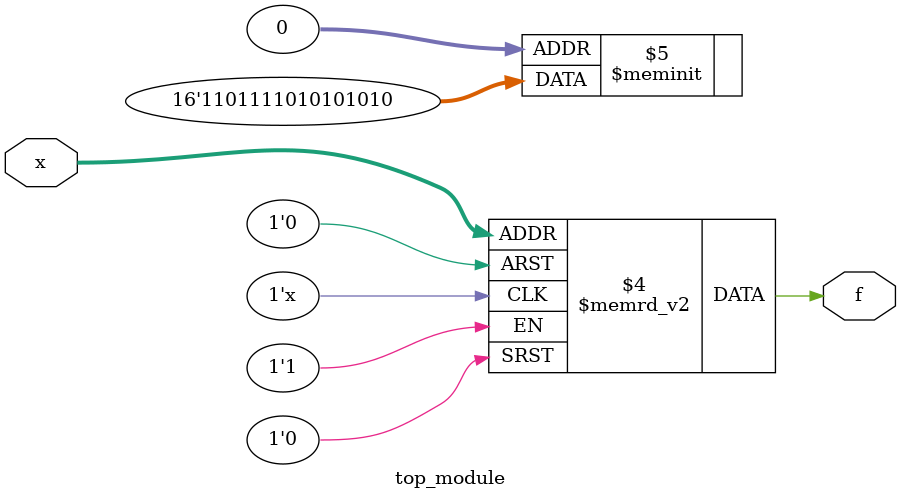
<source format=sv>
module top_module (
    input [4:1] x,
    output logic f
);

always_comb begin
    case (x)
        4'b0001, 4'b0011, 4'b1011, 4'b1111: f = 1'b1;
        4'b0101, 4'b0111, 4'b1001, 4'b1010, 4'b1100, 4'b1110: f = 1'b1; // Don't care conditions
        default: f = 1'b0;
    endcase
end

endmodule

</source>
